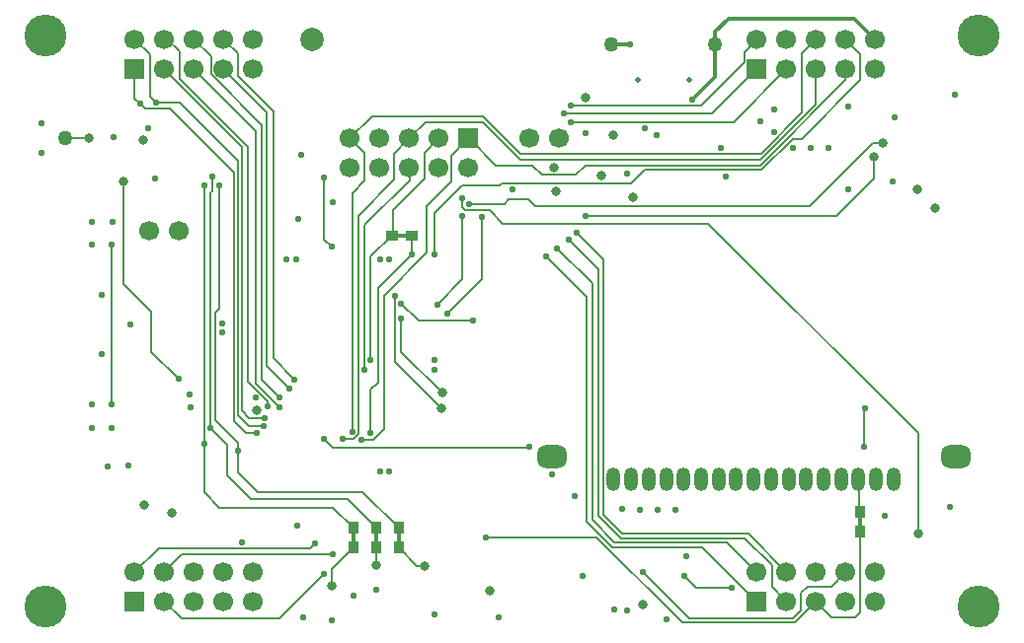
<source format=gbl>
%FSLAX43Y43*%
%MOMM*%
G71*
G01*
G75*
G04 Layer_Physical_Order=4*
G04 Layer_Color=16711680*
%ADD10R,0.762X0.762*%
%ADD11R,0.762X0.762*%
%ADD12R,1.200X1.200*%
%ADD13O,0.550X2.000*%
%ADD14O,2.000X0.550*%
%ADD15R,0.950X1.000*%
%ADD16R,3.200X3.200*%
%ADD17R,4.000X4.000*%
%ADD18R,1.500X0.800*%
%ADD19R,0.650X0.800*%
%ADD20R,0.600X0.900*%
%ADD21R,1.000X1.000*%
%ADD22R,0.800X1.000*%
%ADD23R,0.900X0.600*%
%ADD24R,0.700X0.700*%
%ADD25R,0.800X0.650*%
%ADD26R,1.300X0.600*%
%ADD27R,1.500X0.990*%
%ADD28R,1.500X3.280*%
%ADD29R,0.500X2.300*%
%ADD30R,2.000X2.500*%
%ADD31R,1.100X0.600*%
%ADD32R,1.100X1.000*%
%ADD33R,0.950X1.750*%
%ADD34R,1.000X1.600*%
%ADD35R,3.000X2.500*%
%ADD36R,1.950X0.600*%
%ADD37R,1.500X1.350*%
%ADD38R,1.150X1.350*%
%ADD39R,1.000X2.250*%
%ADD40R,1.300X0.450*%
%ADD41R,2.250X1.000*%
%ADD42C,0.175*%
%ADD43C,0.350*%
%ADD44C,0.400*%
%ADD45C,0.300*%
%ADD46C,0.229*%
%ADD47C,0.200*%
%ADD48R,0.300X0.900*%
%ADD49C,1.700*%
%ADD50R,1.700X1.700*%
%ADD51C,0.500*%
%ADD52C,3.600*%
%ADD53C,2.000*%
%ADD54O,1.200X2.000*%
G04:AMPARAMS|DCode=55|XSize=2.5mm|YSize=2mm|CornerRadius=0.7mm|HoleSize=0mm|Usage=FLASHONLY|Rotation=0.000|XOffset=0mm|YOffset=0mm|HoleType=Round|Shape=RoundedRectangle|*
%AMROUNDEDRECTD55*
21,1,2.500,0.600,0,0,0.0*
21,1,1.100,2.000,0,0,0.0*
1,1,1.400,0.550,-0.300*
1,1,1.400,-0.550,-0.300*
1,1,1.400,-0.550,0.300*
1,1,1.400,0.550,0.300*
%
%ADD55ROUNDEDRECTD55*%
%ADD56C,0.550*%
%ADD57C,0.500*%
%ADD58C,0.100*%
G04:AMPARAMS|DCode=59|XSize=2.524mm|YSize=2.524mm|CornerRadius=0mm|HoleSize=0mm|Usage=FLASHONLY|Rotation=0.000|XOffset=0mm|YOffset=0mm|HoleType=Round|Shape=Relief|Width=0.254mm|Gap=0.254mm|Entries=4|*
%AMTHD59*
7,0,0,2.524,2.016,0.254,45*
%
%ADD59THD59*%
%ADD60C,1.600*%
%ADD61C,1.500*%
G04:AMPARAMS|DCode=62|XSize=4.624mm|YSize=4.624mm|CornerRadius=0mm|HoleSize=0mm|Usage=FLASHONLY|Rotation=0.000|XOffset=0mm|YOffset=0mm|HoleType=Round|Shape=Relief|Width=0.254mm|Gap=0.254mm|Entries=4|*
%AMTHD62*
7,0,0,4.624,4.116,0.254,45*
%
%ADD62THD62*%
%ADD63C,2.600*%
%ADD64C,1.400*%
G04:AMPARAMS|DCode=65|XSize=2.424mm|YSize=2.424mm|CornerRadius=0mm|HoleSize=0mm|Usage=FLASHONLY|Rotation=0.000|XOffset=0mm|YOffset=0mm|HoleType=Round|Shape=Relief|Width=0.254mm|Gap=0.254mm|Entries=4|*
%AMTHD65*
7,0,0,2.424,1.916,0.254,45*
%
%ADD65THD65*%
%ADD66O,2.600X1.600*%
%ADD67C,0.850*%
%ADD68C,3.700*%
%AMTHOVALD69*
21,1,1.000,2.524,0,0,0.0*
1,1,2.524,-0.500,0.000*
1,1,2.524,0.500,0.000*
21,0,1.000,2.016,0,0,0.0*
1,0,2.016,-0.500,0.000*
1,0,2.016,0.500,0.000*
4,0,4,-0.410,-0.090,-1.303,-0.982,-1.482,-0.803,-0.590,0.090,-0.410,-0.090,0.0*
4,0,4,0.590,-0.090,1.482,0.803,1.303,0.982,0.410,0.090,0.590,-0.090,0.0*
4,0,4,-0.590,-0.090,-1.482,0.803,-1.303,0.982,-0.410,0.090,-0.590,-0.090,0.0*
4,0,4,0.410,-0.090,1.303,-0.982,1.482,-0.803,0.590,0.090,0.410,-0.090,0.0*
%
%ADD69THOVALD69*%

%ADD70R,1.000X0.950*%
%ADD71C,1.270*%
%ADD72R,0.900X0.300*%
%ADD73C,0.800*%
D15*
X32794Y9269D02*
D03*
Y7569D02*
D03*
X30894D02*
D03*
Y9269D02*
D03*
X28894D02*
D03*
Y7569D02*
D03*
X72325Y8950D02*
D03*
Y10650D02*
D03*
D42*
X48925Y9825D02*
Y29100D01*
X45450Y32575D02*
X48925Y29100D01*
X73500Y39250D02*
Y41150D01*
X70325Y36075D02*
X73500Y39250D01*
X48825Y36075D02*
X70325D01*
X42250Y37450D02*
X43925D01*
X41900Y37100D02*
X42250Y37450D01*
X38825Y37100D02*
X41900D01*
X43925Y37450D02*
X44475Y36900D01*
X68000D01*
X72325Y8750D02*
X72525Y8950D01*
X72325Y1975D02*
Y8750D01*
X71973Y1623D02*
X72325Y1975D01*
X69897Y1623D02*
X71973D01*
X68580Y2940D02*
X69897Y1623D01*
X72275Y10650D02*
Y13450D01*
X8200Y19850D02*
Y33525D01*
X16775Y38200D02*
Y39400D01*
X16625Y38050D02*
X16775Y38200D01*
X16625Y17835D02*
Y38050D01*
X28950Y16925D02*
X29375Y17350D01*
X28076Y16925D02*
X28950D01*
X28000Y16849D02*
Y16924D01*
X72725Y19525D02*
X72775Y19575D01*
X72725Y16200D02*
Y19525D01*
X19900Y21800D02*
X21562Y20138D01*
Y19675D02*
Y20138D01*
X19900Y21800D02*
Y41950D01*
X35000Y41455D02*
X36240Y42695D01*
X32425Y39150D02*
Y41420D01*
X29362Y36087D02*
X32425Y39150D01*
X29362Y17362D02*
Y36087D01*
X32425Y41420D02*
X33700Y42695D01*
X28620D02*
X29875Y41440D01*
Y39075D02*
Y41440D01*
X28800Y38000D02*
X29875Y39075D01*
X28800Y17499D02*
Y38000D01*
X30500Y44575D02*
X40025D01*
X28620Y42695D02*
X30500Y44575D01*
X33700Y40155D02*
X33725Y40130D01*
X29362Y17362D02*
X29375Y17350D01*
X30400Y17400D02*
Y21150D01*
X29375Y17350D02*
Y17350D01*
X29600Y16849D02*
X30649D01*
X37327Y41243D02*
X38780Y42695D01*
X12700Y5480D02*
X14220Y7000D01*
X27175D01*
X25190Y7525D02*
X25600Y7935D01*
X12205Y7525D02*
X25190D01*
X10160Y5480D02*
X12205Y7525D01*
X14180Y1460D02*
X22535D01*
X12700Y2940D02*
X14180Y1460D01*
X22535D02*
X26400Y5325D01*
X57276Y5174D02*
X57862Y4588D01*
X58300Y4150D02*
X61350D01*
X57862Y4588D02*
X58300Y4150D01*
X57725Y1500D02*
X66575D01*
X67850Y4250D02*
X69890D01*
X67275Y3675D02*
X67850Y4250D01*
X67275Y2200D02*
Y3675D01*
X69890Y4250D02*
X71120Y5480D01*
X66575Y1500D02*
X67275Y2200D01*
X53725Y5500D02*
X57725Y1500D01*
X62475Y8400D02*
X64800Y6075D01*
Y4180D02*
Y6075D01*
X51825Y8400D02*
X62475D01*
X64800Y4180D02*
X66040Y2940D01*
X60955Y8025D02*
X63500Y5480D01*
X62745Y8775D02*
X66040Y5480D01*
X49375Y9950D02*
X51300Y8025D01*
X60955D01*
X58815Y7625D02*
X63500Y2940D01*
X51125Y7625D02*
X58815D01*
X57100Y1125D02*
X66765D01*
X68580Y2940D01*
X35112Y44107D02*
X40033D01*
X33700Y42695D02*
X35112Y44107D01*
X40033D02*
X43240Y40900D01*
X38780Y42695D02*
X38855D01*
X67375Y49995D02*
X68580Y51200D01*
X4200Y42750D02*
X6175D01*
X6200Y42725D01*
X35900Y22850D02*
X36000D01*
X36000Y22850D01*
X32000Y32450D02*
X32000Y32450D01*
X49775Y8450D02*
X57100Y1125D01*
X40275Y8450D02*
X49775D01*
X19650Y17450D02*
X20650D01*
X19975Y17975D02*
X21225D01*
X19975Y18725D02*
X21275D01*
X10160Y51200D02*
X11450Y49910D01*
X12700Y51200D02*
X12950D01*
X14000Y50150D01*
Y47850D02*
Y50150D01*
Y47850D02*
X19900Y41950D01*
X16692Y48210D02*
Y49748D01*
X15240Y51200D02*
X16692Y49748D01*
X17780Y51200D02*
X18975Y50005D01*
Y48075D02*
Y50005D01*
X11575Y24375D02*
X13900Y22050D01*
X11575Y24375D02*
Y27825D01*
X22025Y23825D02*
X23825Y22025D01*
X22025Y23825D02*
Y45025D01*
X18975Y48075D02*
X22025Y45025D01*
X21475Y23175D02*
X23425Y21225D01*
X21475Y23175D02*
Y44965D01*
X17780Y48660D02*
X21475Y44965D01*
X20550Y21625D02*
X22550Y19625D01*
X20550Y21625D02*
Y43350D01*
X15240Y48660D02*
X20550Y43350D01*
X21050Y21950D02*
X22575Y20425D01*
X21050Y21950D02*
Y43852D01*
X16692Y48210D02*
X21050Y43852D01*
X26400Y34050D02*
X27025Y33425D01*
X26400Y34050D02*
Y39375D01*
X27025Y4300D02*
Y5700D01*
X28894Y7569D01*
X30900Y6075D02*
Y7563D01*
X30894Y7569D02*
X30900Y7563D01*
X34363Y6000D02*
X35000D01*
X32794Y7569D02*
X34363Y6000D01*
X17425Y11000D02*
X27163D01*
X28894Y9269D01*
X29713Y12350D02*
X32794Y9269D01*
X28388Y11775D02*
X30894Y9269D01*
X33000Y28550D02*
X34475Y27075D01*
X39200D01*
X32450Y23525D02*
Y29150D01*
Y23525D02*
X36475Y19500D01*
X33000Y24375D02*
Y27250D01*
Y24375D02*
X36513Y20862D01*
X26401Y16926D02*
X27152Y16175D01*
X44000D01*
Y16200D01*
X9175Y30225D02*
X11575Y27825D01*
X9175Y30225D02*
Y39025D01*
X40025Y44575D02*
X43188Y41412D01*
X62412Y49213D02*
Y50112D01*
X63500Y51200D01*
X47550Y45500D02*
X58700D01*
X62412Y49213D01*
X59690Y44850D02*
X63500Y48660D01*
X47550Y44100D02*
X61480D01*
X66040Y48660D01*
X11450Y46325D02*
Y49910D01*
Y46325D02*
X12000Y45775D01*
X14025D01*
X10160Y46140D02*
Y48660D01*
X11041Y45248D02*
X13202D01*
X10600Y45689D02*
X11041Y45248D01*
X10160Y46140D02*
X10606Y45694D01*
X17375Y28050D02*
Y38675D01*
X46977Y44850D02*
X59690D01*
X19050Y13992D02*
Y16550D01*
Y13992D02*
X20692Y12350D01*
X29713D01*
X17100Y27775D02*
X17375Y28050D01*
X16100Y16600D02*
Y38700D01*
X17100Y18500D02*
X19050Y16550D01*
X17100Y18500D02*
Y27775D01*
X20125Y11775D02*
X28388D01*
X18092Y13808D02*
X20125Y11775D01*
X18092Y13808D02*
Y16367D01*
X16625Y17835D02*
X18092Y16367D01*
X16100Y12325D02*
X17425Y11000D01*
X16100Y12325D02*
Y16500D01*
X18700Y18400D02*
X19650Y17450D01*
X18700Y18400D02*
Y39750D01*
X13202Y45248D02*
X18700Y39750D01*
X19025Y18925D02*
X19975Y17975D01*
X19350Y19350D02*
X19975Y18725D01*
X19350Y19350D02*
Y42010D01*
X19025Y18925D02*
Y40775D01*
X14025Y45775D02*
X19025Y40775D01*
X12700Y48660D02*
X19350Y42010D01*
X36925Y27650D02*
X39894Y30619D01*
X36125Y28450D02*
X38275Y30600D01*
Y36025D01*
X30649Y16849D02*
X31525Y17725D01*
Y29225D01*
X30400Y21150D02*
X31000Y21750D01*
X29875Y22850D02*
Y35275D01*
X33725Y39125D01*
Y40130D01*
X31525Y29225D02*
X35175Y32875D01*
Y36875D01*
X37327Y39028D01*
Y41243D01*
X71120Y51200D02*
X72370Y49950D01*
Y47695D02*
Y49950D01*
X67350Y42675D02*
X72370Y47695D01*
X63834Y40900D02*
X68580Y45646D01*
Y48660D01*
X63887Y41412D02*
X67375Y44900D01*
Y49995D01*
X71120Y47726D02*
Y48660D01*
X38855Y42695D02*
X41150Y40400D01*
X63794D02*
X71120Y47726D01*
X48775Y40400D02*
X63794D01*
X41150D02*
X44275D01*
X45112Y39562D01*
X47938D02*
X48775Y40400D01*
X43188Y41412D02*
X63887D01*
X45112Y39562D02*
X47938D01*
X66600Y42675D02*
X67350D01*
X63925Y40000D02*
X66600Y42675D01*
X53900Y40000D02*
X63925D01*
X52745Y38845D02*
X53900Y40000D01*
X41605Y38845D02*
X52745D01*
X39894Y30619D02*
Y35938D01*
X30400Y32575D02*
X32300Y34475D01*
X30400Y23650D02*
Y32575D01*
X32300Y34475D02*
Y36525D01*
X35000Y39225D01*
Y41455D01*
X31000Y21750D02*
Y29875D01*
X33900Y32775D01*
Y34350D01*
X43240Y40900D02*
X63834D01*
X41460Y38700D02*
X41605Y38845D01*
X51950Y8775D02*
X62745D01*
X48925Y9825D02*
X51125Y7625D01*
X49900Y10325D02*
X51825Y8400D01*
X49900Y10325D02*
Y31500D01*
X50350Y10375D02*
X51950Y8775D01*
X50350Y10375D02*
Y32350D01*
X46400Y33275D02*
X49375Y30300D01*
Y9950D02*
Y30300D01*
X47350Y34050D02*
X49900Y31500D01*
X48075Y34625D02*
X50350Y32350D01*
X40562Y36537D02*
X41700Y35400D01*
X59350D02*
X77325Y17425D01*
X41700Y35400D02*
X59350D01*
X77325Y8800D02*
Y17425D01*
X68000Y36900D02*
X73450Y42350D01*
X74300D01*
X35850Y36310D02*
X38240Y38700D01*
X35850Y32775D02*
Y36310D01*
X38240Y38700D02*
X41460D01*
X38200Y36800D02*
Y37600D01*
Y36800D02*
X38463Y36537D01*
X40562D01*
D45*
X59950Y48025D02*
Y50750D01*
X58000Y46075D02*
X59950Y48025D01*
X71885Y52975D02*
X73660Y51200D01*
X61075Y52975D02*
X71885D01*
X59950Y51850D02*
X61075Y52975D01*
X59950Y50750D02*
Y51850D01*
X51000Y50750D02*
X52650D01*
D48*
X32794Y8419D02*
D03*
X30894D02*
D03*
X28894D02*
D03*
X72325Y9800D02*
D03*
D49*
X38780Y40155D02*
D03*
X36240D02*
D03*
Y42695D02*
D03*
X33700Y40155D02*
D03*
Y42695D02*
D03*
X31160Y40155D02*
D03*
Y42695D02*
D03*
X28620D02*
D03*
Y40155D02*
D03*
X10160Y51200D02*
D03*
X12700D02*
D03*
Y48660D02*
D03*
X15240Y51200D02*
D03*
Y48660D02*
D03*
X17780Y51200D02*
D03*
Y48660D02*
D03*
X20320Y51200D02*
D03*
Y48660D02*
D03*
X73660D02*
D03*
Y51200D02*
D03*
X71120Y48660D02*
D03*
Y51200D02*
D03*
X68580Y48660D02*
D03*
Y51200D02*
D03*
X66040Y48660D02*
D03*
Y51200D02*
D03*
X63500D02*
D03*
X20320Y2940D02*
D03*
Y5480D02*
D03*
X17780Y2940D02*
D03*
Y5480D02*
D03*
X15240Y2940D02*
D03*
Y5480D02*
D03*
X12700Y2940D02*
D03*
Y5480D02*
D03*
X10160D02*
D03*
X73660Y2940D02*
D03*
Y5480D02*
D03*
X71120Y2940D02*
D03*
Y5480D02*
D03*
X68580Y2940D02*
D03*
Y5480D02*
D03*
X66040Y2940D02*
D03*
Y5480D02*
D03*
X63500D02*
D03*
X44030Y42700D02*
D03*
X46570D02*
D03*
X13900Y34800D02*
D03*
X11360D02*
D03*
D50*
X38780Y42695D02*
D03*
X10160Y48660D02*
D03*
X63500D02*
D03*
X10160Y2940D02*
D03*
X63500D02*
D03*
D51*
X53300Y47750D02*
D03*
X57700D02*
D03*
D52*
X82500Y2500D02*
D03*
Y51500D02*
D03*
X2500D02*
D03*
Y2500D02*
D03*
D53*
X25400Y51200D02*
D03*
D54*
X75225Y13450D02*
D03*
X73725D02*
D03*
X72225D02*
D03*
X70725D02*
D03*
X69225D02*
D03*
X67725D02*
D03*
X66225D02*
D03*
X64725D02*
D03*
X63225D02*
D03*
X61725D02*
D03*
X60225D02*
D03*
X58725D02*
D03*
X57225D02*
D03*
X55725D02*
D03*
X54225D02*
D03*
X52725D02*
D03*
X51225D02*
D03*
D55*
X80525Y15400D02*
D03*
X45925D02*
D03*
D56*
X30900Y3950D02*
D03*
X28925Y3425D02*
D03*
X28000Y16924D02*
D03*
X72775Y19575D02*
D03*
X72725Y16200D02*
D03*
X20500Y20450D02*
D03*
X21562Y19675D02*
D03*
X29875Y22850D02*
D03*
X30400Y23650D02*
D03*
X28800Y17499D02*
D03*
X30400Y17400D02*
D03*
X29600Y16849D02*
D03*
X60400Y41925D02*
D03*
X27175Y7000D02*
D03*
X26400Y5325D02*
D03*
X25600Y7935D02*
D03*
X7300Y24200D02*
D03*
X7325Y29275D02*
D03*
X9750Y26700D02*
D03*
X57276Y5174D02*
D03*
X61350Y4150D02*
D03*
X53725Y5500D02*
D03*
X58000Y46075D02*
D03*
X53900Y43550D02*
D03*
X27100Y37250D02*
D03*
X24150Y35800D02*
D03*
X2200Y41475D02*
D03*
Y44025D02*
D03*
X54900Y43000D02*
D03*
X60825Y39425D02*
D03*
X63830Y44180D02*
D03*
X66603Y41890D02*
D03*
X68153D02*
D03*
X69628D02*
D03*
X71300Y38315D02*
D03*
Y45465D02*
D03*
X7800Y14500D02*
D03*
X9600Y14600D02*
D03*
X35900Y23650D02*
D03*
Y22850D02*
D03*
X32000Y14150D02*
D03*
X31200Y14150D02*
D03*
X17700Y26850D02*
D03*
Y26050D02*
D03*
X23200Y32350D02*
D03*
X24000D02*
D03*
X14900Y20750D02*
D03*
X14950Y19650D02*
D03*
X52650Y50750D02*
D03*
X48800Y43150D02*
D03*
X42525Y38300D02*
D03*
X65000Y45200D02*
D03*
Y43250D02*
D03*
X74475Y10275D02*
D03*
X75134Y39050D02*
D03*
X45925Y13875D02*
D03*
X47925Y12025D02*
D03*
X57467Y6833D02*
D03*
X48567Y5108D02*
D03*
X51267Y2233D02*
D03*
X55743Y1383D02*
D03*
X41342Y1583D02*
D03*
X52367Y2208D02*
D03*
X40275Y8450D02*
D03*
X35875Y1825D02*
D03*
X27050Y1307D02*
D03*
X24600Y1550D02*
D03*
X36125Y28450D02*
D03*
X36925Y27650D02*
D03*
X20650Y17450D02*
D03*
X21225Y17975D02*
D03*
X21275Y18725D02*
D03*
X22550Y19625D02*
D03*
X22575Y20425D02*
D03*
X23425Y21225D02*
D03*
X23825Y22025D02*
D03*
X13900Y22050D02*
D03*
X27025Y33425D02*
D03*
X26400Y39375D02*
D03*
X24075Y9475D02*
D03*
X32450Y29150D02*
D03*
X33000Y28550D02*
D03*
X39200Y27075D02*
D03*
X33000Y27250D02*
D03*
X26401Y16926D02*
D03*
X44000Y16200D02*
D03*
X8350Y42800D02*
D03*
X11925Y39250D02*
D03*
X6500Y35575D02*
D03*
X8225D02*
D03*
X8175Y33550D02*
D03*
X6500D02*
D03*
X6475Y17825D02*
D03*
X8150D02*
D03*
X8200Y19850D02*
D03*
X6475D02*
D03*
X52400Y39650D02*
D03*
X19326Y8038D02*
D03*
X24400Y41275D02*
D03*
X11300Y43600D02*
D03*
X10606Y45694D02*
D03*
X11990Y45760D02*
D03*
X47550Y45500D02*
D03*
X46977Y44852D02*
D03*
X47550Y44100D02*
D03*
X17375Y38675D02*
D03*
X16775Y39400D02*
D03*
X16100Y38700D02*
D03*
X19050Y15900D02*
D03*
X16625Y17835D02*
D03*
X16100Y16500D02*
D03*
X32000Y32350D02*
D03*
X31200Y32350D02*
D03*
X38275Y36025D02*
D03*
X33900Y32775D02*
D03*
X35850D02*
D03*
X39894Y35938D02*
D03*
X51975Y10903D02*
D03*
X53500Y10853D02*
D03*
X55000D02*
D03*
X56500D02*
D03*
X45450Y32575D02*
D03*
X46400Y33275D02*
D03*
X47350Y34050D02*
D03*
X48075Y34625D02*
D03*
X48825Y36075D02*
D03*
X80075Y11050D02*
D03*
X80450Y46425D02*
D03*
X75300Y44525D02*
D03*
X38825Y37100D02*
D03*
X38200Y37600D02*
D03*
D70*
X32200Y34350D02*
D03*
X33900D02*
D03*
D71*
X51000Y50750D02*
D03*
X59950D02*
D03*
X4200Y42750D02*
D03*
D72*
X33050Y34350D02*
D03*
D73*
X78825Y36725D02*
D03*
X53717Y2700D02*
D03*
X40617Y3848D02*
D03*
X20625Y19362D02*
D03*
X13300Y10550D02*
D03*
X52900Y37675D02*
D03*
X46250Y38150D02*
D03*
X50200Y39500D02*
D03*
X6200Y42725D02*
D03*
X46136Y40200D02*
D03*
X10930Y11201D02*
D03*
X27025Y4300D02*
D03*
X30900Y6075D02*
D03*
X35000Y6000D02*
D03*
X36475Y19500D02*
D03*
X36513Y20862D02*
D03*
X9175Y39025D02*
D03*
X10900Y42525D02*
D03*
X51150Y43000D02*
D03*
X77325Y8800D02*
D03*
X77275Y38300D02*
D03*
X74300Y42350D02*
D03*
X73500Y41150D02*
D03*
X48800Y46175D02*
D03*
M02*

</source>
